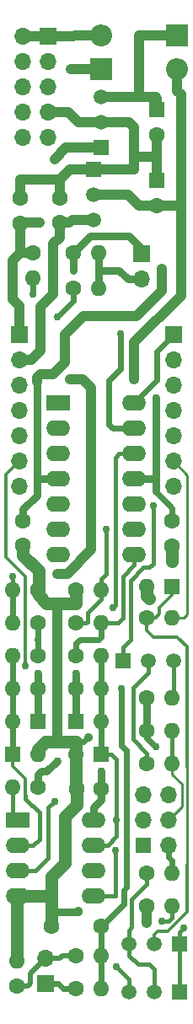
<source format=gbr>
G04 #@! TF.GenerationSoftware,KiCad,Pcbnew,(5.1.9-0-10_14)*
G04 #@! TF.CreationDate,2021-02-07T03:37:40-06:00*
G04 #@! TF.ProjectId,JNTUB_board2,4a4e5455-425f-4626-9f61-7264322e6b69,rev?*
G04 #@! TF.SameCoordinates,Original*
G04 #@! TF.FileFunction,Copper,L1,Top*
G04 #@! TF.FilePolarity,Positive*
%FSLAX46Y46*%
G04 Gerber Fmt 4.6, Leading zero omitted, Abs format (unit mm)*
G04 Created by KiCad (PCBNEW (5.1.9-0-10_14)) date 2021-02-07 03:37:40*
%MOMM*%
%LPD*%
G01*
G04 APERTURE LIST*
G04 #@! TA.AperFunction,ComponentPad*
%ADD10O,1.600000X1.600000*%
G04 #@! TD*
G04 #@! TA.AperFunction,ComponentPad*
%ADD11C,1.600000*%
G04 #@! TD*
G04 #@! TA.AperFunction,ComponentPad*
%ADD12R,1.600000X1.600000*%
G04 #@! TD*
G04 #@! TA.AperFunction,ComponentPad*
%ADD13O,1.700000X1.700000*%
G04 #@! TD*
G04 #@! TA.AperFunction,ComponentPad*
%ADD14R,1.700000X1.700000*%
G04 #@! TD*
G04 #@! TA.AperFunction,ComponentPad*
%ADD15C,1.520000*%
G04 #@! TD*
G04 #@! TA.AperFunction,ComponentPad*
%ADD16R,1.520000X1.520000*%
G04 #@! TD*
G04 #@! TA.AperFunction,ComponentPad*
%ADD17O,2.200000X2.200000*%
G04 #@! TD*
G04 #@! TA.AperFunction,ComponentPad*
%ADD18R,2.200000X2.200000*%
G04 #@! TD*
G04 #@! TA.AperFunction,ComponentPad*
%ADD19O,2.400000X1.600000*%
G04 #@! TD*
G04 #@! TA.AperFunction,ComponentPad*
%ADD20R,2.400000X1.600000*%
G04 #@! TD*
G04 #@! TA.AperFunction,ViaPad*
%ADD21C,0.762000*%
G04 #@! TD*
G04 #@! TA.AperFunction,ViaPad*
%ADD22C,0.914400*%
G04 #@! TD*
G04 #@! TA.AperFunction,ViaPad*
%ADD23C,1.016000*%
G04 #@! TD*
G04 #@! TA.AperFunction,Conductor*
%ADD24C,1.016000*%
G04 #@! TD*
G04 #@! TA.AperFunction,Conductor*
%ADD25C,0.762000*%
G04 #@! TD*
G04 #@! TA.AperFunction,Conductor*
%ADD26C,0.609600*%
G04 #@! TD*
G04 #@! TA.AperFunction,Conductor*
%ADD27C,1.270000*%
G04 #@! TD*
G04 #@! TA.AperFunction,Conductor*
%ADD28C,0.406400*%
G04 #@! TD*
G04 #@! TA.AperFunction,Conductor*
%ADD29C,0.304800*%
G04 #@! TD*
G04 #@! TA.AperFunction,Conductor*
%ADD30C,0.254000*%
G04 #@! TD*
G04 #@! TA.AperFunction,Conductor*
%ADD31C,0.508000*%
G04 #@! TD*
G04 APERTURE END LIST*
D10*
G04 #@! TO.P,R22,2*
G04 #@! TO.N,Net-(C12-Pad1)*
X206248000Y-152019000D03*
D11*
G04 #@! TO.P,R22,1*
G04 #@! TO.N,/MainBoard/MCU_PWM*
X203708000Y-152019000D03*
G04 #@! TD*
D10*
G04 #@! TO.P,R26,2*
G04 #@! TO.N,/MainBoard/MCU_RESET*
X197358000Y-135128000D03*
D11*
G04 #@! TO.P,R26,1*
G04 #@! TO.N,+5V*
X199898000Y-135128000D03*
G04 #@! TD*
D10*
G04 #@! TO.P,R24,2*
G04 #@! TO.N,Net-(JP1-Pad1)*
X199390000Y-83947000D03*
D11*
G04 #@! TO.P,R24,1*
G04 #@! TO.N,+5V*
X199390000Y-81407000D03*
G04 #@! TD*
D10*
G04 #@! TO.P,R2,2*
G04 #@! TO.N,/MainBoard/MCU_ADC1*
X206248000Y-125222000D03*
D11*
G04 #@! TO.P,R2,1*
G04 #@! TO.N,+5V*
X203708000Y-125222000D03*
G04 #@! TD*
D10*
G04 #@! TO.P,R4,2*
G04 #@! TO.N,/MainBoard/MCU_ADC1*
X206248000Y-121920000D03*
D11*
G04 #@! TO.P,R4,1*
G04 #@! TO.N,Net-(R4-Pad1)*
X203708000Y-121920000D03*
G04 #@! TD*
D10*
G04 #@! TO.P,R5,2*
G04 #@! TO.N,Net-(R5-Pad2)*
X206248000Y-115316000D03*
D11*
G04 #@! TO.P,R5,1*
G04 #@! TO.N,GNDREF*
X203708000Y-115316000D03*
G04 #@! TD*
D10*
G04 #@! TO.P,R6,2*
G04 #@! TO.N,Net-(R4-Pad1)*
X206248000Y-118618000D03*
D11*
G04 #@! TO.P,R6,1*
G04 #@! TO.N,Net-(R5-Pad2)*
X203708000Y-118618000D03*
G04 #@! TD*
D10*
G04 #@! TO.P,R8,2*
G04 #@! TO.N,/MainBoard/MCU_ADC3*
X197358000Y-125222000D03*
D11*
G04 #@! TO.P,R8,1*
G04 #@! TO.N,+5V*
X199898000Y-125222000D03*
G04 #@! TD*
D10*
G04 #@! TO.P,R10,2*
G04 #@! TO.N,/MainBoard/MCU_ADC3*
X197358000Y-121920000D03*
D11*
G04 #@! TO.P,R10,1*
G04 #@! TO.N,Net-(R10-Pad1)*
X199898000Y-121920000D03*
G04 #@! TD*
D10*
G04 #@! TO.P,R11,2*
G04 #@! TO.N,Net-(R11-Pad2)*
X197358000Y-115316000D03*
D11*
G04 #@! TO.P,R11,1*
G04 #@! TO.N,GNDREF*
X199898000Y-115316000D03*
G04 #@! TD*
D10*
G04 #@! TO.P,R12,2*
G04 #@! TO.N,Net-(R11-Pad2)*
X197358000Y-118618000D03*
D11*
G04 #@! TO.P,R12,1*
G04 #@! TO.N,Net-(R10-Pad1)*
X199898000Y-118618000D03*
G04 #@! TD*
D10*
G04 #@! TO.P,R13,2*
G04 #@! TO.N,+5V*
X213360000Y-143764000D03*
D11*
G04 #@! TO.P,R13,1*
G04 #@! TO.N,Net-(Q1-Pad3)*
X210820000Y-143764000D03*
G04 #@! TD*
D10*
G04 #@! TO.P,R14,2*
G04 #@! TO.N,/MainBoard/MCU_PB0*
X213360000Y-129413000D03*
D11*
G04 #@! TO.P,R14,1*
G04 #@! TO.N,+5V*
X210820000Y-129413000D03*
G04 #@! TD*
D10*
G04 #@! TO.P,R16,2*
G04 #@! TO.N,/MainBoard/CLK_TRG*
X213360000Y-118110000D03*
D11*
G04 #@! TO.P,R16,1*
G04 #@! TO.N,Net-(D5-Pad1)*
X210820000Y-118110000D03*
G04 #@! TD*
D10*
G04 #@! TO.P,R18,2*
G04 #@! TO.N,Net-(Q1-Pad1)*
X213360000Y-147066000D03*
D11*
G04 #@! TO.P,R18,1*
G04 #@! TO.N,GNDREF*
X210820000Y-147066000D03*
G04 #@! TD*
D10*
G04 #@! TO.P,R19,2*
G04 #@! TO.N,Net-(Q3-Pad3)*
X213360000Y-126111000D03*
D11*
G04 #@! TO.P,R19,1*
G04 #@! TO.N,+5V*
X210820000Y-126111000D03*
G04 #@! TD*
D10*
G04 #@! TO.P,R20,2*
G04 #@! TO.N,/MainBoard/MCU_PB0*
X213360000Y-132715000D03*
D11*
G04 #@! TO.P,R20,1*
G04 #@! TO.N,Net-(Q3-Pad2)*
X210820000Y-132715000D03*
G04 #@! TD*
G04 #@! TO.P,R23,1*
G04 #@! TO.N,/MainBoard/LED_POS*
X203454000Y-84963000D03*
D10*
G04 #@! TO.P,R23,2*
G04 #@! TO.N,/MainBoard/OUT*
X205994000Y-84963000D03*
G04 #@! TD*
G04 #@! TO.P,R25,2*
G04 #@! TO.N,/MainBoard/OUT*
X205994000Y-81407000D03*
D11*
G04 #@! TO.P,R25,1*
G04 #@! TO.N,Net-(JP1-Pad1)*
X203454000Y-81407000D03*
G04 #@! TD*
D10*
G04 #@! TO.P,R27,2*
G04 #@! TO.N,Net-(C12-Pad1)*
X206248000Y-155321000D03*
D11*
G04 #@! TO.P,R27,1*
G04 #@! TO.N,Net-(JP2-Pad1)*
X203708000Y-155321000D03*
G04 #@! TD*
G04 #@! TO.P,R28,1*
G04 #@! TO.N,/MainBoard/MCU_PWM*
X197739000Y-155067000D03*
D10*
G04 #@! TO.P,R28,2*
G04 #@! TO.N,GNDREF*
X197739000Y-152527000D03*
G04 #@! TD*
D12*
G04 #@! TO.P,D5,1*
G04 #@! TO.N,Net-(D5-Pad1)*
X213360000Y-114935000D03*
D10*
G04 #@! TO.P,D5,2*
G04 #@! TO.N,GNDREF*
X210820000Y-114935000D03*
G04 #@! TD*
D12*
G04 #@! TO.P,D4,1*
G04 #@! TO.N,/MainBoard/MCU_ADC3*
X197358000Y-131826000D03*
D10*
G04 #@! TO.P,D4,2*
G04 #@! TO.N,GNDREF*
X199898000Y-131826000D03*
G04 #@! TD*
D12*
G04 #@! TO.P,D2,1*
G04 #@! TO.N,/MainBoard/MCU_ADC1*
X206248000Y-131826000D03*
D10*
G04 #@! TO.P,D2,2*
G04 #@! TO.N,GNDREF*
X203708000Y-131826000D03*
G04 #@! TD*
D12*
G04 #@! TO.P,D1,1*
G04 #@! TO.N,+5V*
X203708000Y-128524000D03*
D10*
G04 #@! TO.P,D1,2*
G04 #@! TO.N,/MainBoard/MCU_ADC1*
X206248000Y-128524000D03*
G04 #@! TD*
D12*
G04 #@! TO.P,D3,1*
G04 #@! TO.N,+5V*
X199898000Y-128524000D03*
D10*
G04 #@! TO.P,D3,2*
G04 #@! TO.N,/MainBoard/MCU_ADC3*
X197358000Y-128524000D03*
G04 #@! TD*
D13*
G04 #@! TO.P,JP2,2*
G04 #@! TO.N,/MainBoard/MCU_PWM*
X200660000Y-152273000D03*
D14*
G04 #@! TO.P,JP2,1*
G04 #@! TO.N,Net-(JP2-Pad1)*
X200660000Y-154813000D03*
G04 #@! TD*
D13*
G04 #@! TO.P,J10,7*
G04 #@! TO.N,/MainBoard/P2_AVG*
X197993000Y-104902000D03*
G04 #@! TO.P,J10,6*
G04 #@! TO.N,/MainBoard/MCU_ADC2*
X197993000Y-102362000D03*
G04 #@! TO.P,J10,5*
G04 #@! TO.N,/MainBoard/LED_POS*
X197993000Y-99822000D03*
G04 #@! TO.P,J10,4*
G04 #@! TO.N,/MainBoard/LED_NEG*
X197993000Y-97282000D03*
G04 #@! TO.P,J10,3*
G04 #@! TO.N,Net-(J10-Pad3)*
X197993000Y-94742000D03*
G04 #@! TO.P,J10,2*
G04 #@! TO.N,-5V*
X197993000Y-92202000D03*
D14*
G04 #@! TO.P,J10,1*
G04 #@! TO.N,+5V*
X197993000Y-89662000D03*
G04 #@! TD*
G04 #@! TO.P,J11,1*
G04 #@! TO.N,/MainBoard/OUT*
X213487000Y-89662000D03*
D13*
G04 #@! TO.P,J11,2*
G04 #@! TO.N,GNDREF*
X213487000Y-92202000D03*
G04 #@! TO.P,J11,3*
X213487000Y-94742000D03*
G04 #@! TO.P,J11,4*
X213487000Y-97282000D03*
G04 #@! TO.P,J11,5*
G04 #@! TO.N,/MainBoard/CLK_LED*
X213487000Y-99822000D03*
G04 #@! TO.P,J11,6*
G04 #@! TO.N,/MainBoard/CLK_TRG*
X213487000Y-102362000D03*
G04 #@! TO.P,J11,7*
G04 #@! TO.N,/MainBoard/P1_AVG*
X213487000Y-104902000D03*
G04 #@! TD*
D12*
G04 #@! TO.P,J12,1*
G04 #@! TO.N,/MainBoard/MCU_PWM*
X210439000Y-140970000D03*
D13*
G04 #@! TO.P,J12,2*
G04 #@! TO.N,+5V*
X212979000Y-140970000D03*
G04 #@! TO.P,J12,3*
G04 #@! TO.N,/MainBoard/MCU_ADC1*
X210439000Y-138430000D03*
G04 #@! TO.P,J12,4*
G04 #@! TO.N,/MainBoard/MCU_PB0*
X212979000Y-138430000D03*
G04 #@! TO.P,J12,5*
G04 #@! TO.N,/MainBoard/MCU_RESET*
X210439000Y-135890000D03*
G04 #@! TO.P,J12,6*
G04 #@! TO.N,GNDREF*
X212979000Y-135890000D03*
G04 #@! TD*
D14*
G04 #@! TO.P,JP1,1*
G04 #@! TO.N,Net-(JP1-Pad1)*
X210312000Y-81534000D03*
D13*
G04 #@! TO.P,JP1,2*
G04 #@! TO.N,/MainBoard/OUT*
X210312000Y-84074000D03*
G04 #@! TD*
D11*
G04 #@! TO.P,C12,2*
G04 #@! TO.N,GNDREF*
X201248000Y-149098000D03*
G04 #@! TO.P,C12,1*
G04 #@! TO.N,Net-(C12-Pad1)*
X206248000Y-149098000D03*
G04 #@! TD*
D15*
G04 #@! TO.P,U3,2*
G04 #@! TO.N,GNDREF*
X206248000Y-68326000D03*
G04 #@! TO.P,U3,3*
G04 #@! TO.N,+12V*
X206248000Y-65786000D03*
D16*
G04 #@! TO.P,U3,1*
G04 #@! TO.N,+5V*
X206248000Y-70866000D03*
G04 #@! TD*
D15*
G04 #@! TO.P,U4,2*
G04 #@! TO.N,-12V*
X205486000Y-75565000D03*
G04 #@! TO.P,U4,3*
G04 #@! TO.N,-5V*
X205486000Y-78105000D03*
D16*
G04 #@! TO.P,U4,1*
G04 #@! TO.N,GNDREF*
X205486000Y-73025000D03*
G04 #@! TD*
D11*
G04 #@! TO.P,C4,2*
G04 #@! TO.N,GNDREF*
X198120000Y-75946000D03*
G04 #@! TO.P,C4,1*
G04 #@! TO.N,+5V*
X198120000Y-78446000D03*
G04 #@! TD*
G04 #@! TO.P,C10,2*
G04 #@! TO.N,GNDREF*
X203748000Y-135255000D03*
G04 #@! TO.P,C10,1*
G04 #@! TO.N,+5V*
X206248000Y-135255000D03*
G04 #@! TD*
G04 #@! TO.P,C9,2*
G04 #@! TO.N,-12V*
X213360000Y-108371000D03*
G04 #@! TO.P,C9,1*
G04 #@! TO.N,GNDREF*
X213360000Y-110871000D03*
G04 #@! TD*
G04 #@! TO.P,C8,2*
G04 #@! TO.N,GNDREF*
X198374000Y-110831000D03*
G04 #@! TO.P,C8,1*
G04 #@! TO.N,+12V*
X198374000Y-108331000D03*
G04 #@! TD*
G04 #@! TO.P,C6,2*
G04 #@! TO.N,-5V*
X202057000Y-78420600D03*
G04 #@! TO.P,C6,1*
G04 #@! TO.N,GNDREF*
X202057000Y-75920600D03*
G04 #@! TD*
D17*
G04 #@! TO.P,D11,2*
G04 #@! TO.N,-12V*
X213868000Y-62992000D03*
D18*
G04 #@! TO.P,D11,1*
G04 #@! TO.N,Net-(D11-Pad1)*
X206248000Y-62992000D03*
G04 #@! TD*
G04 #@! TO.P,D10,1*
G04 #@! TO.N,+12V*
X213868000Y-59563000D03*
D17*
G04 #@! TO.P,D10,2*
G04 #@! TO.N,Net-(D10-Pad2)*
X206248000Y-59563000D03*
G04 #@! TD*
D12*
G04 #@! TO.P,C2,1*
G04 #@! TO.N,GNDREF*
X211836000Y-74168000D03*
D11*
G04 #@! TO.P,C2,2*
G04 #@! TO.N,-12V*
X211836000Y-76668000D03*
G04 #@! TD*
D12*
G04 #@! TO.P,C1,1*
G04 #@! TO.N,+12V*
X211836000Y-67056000D03*
D11*
G04 #@! TO.P,C1,2*
G04 #@! TO.N,GNDREF*
X211836000Y-69556000D03*
G04 #@! TD*
D19*
G04 #@! TO.P,U2,14*
G04 #@! TO.N,/MainBoard/OUT*
X209550000Y-96520000D03*
G04 #@! TO.P,U2,7*
G04 #@! TO.N,Net-(R10-Pad1)*
X201930000Y-111760000D03*
G04 #@! TO.P,U2,13*
G04 #@! TO.N,Net-(JP1-Pad1)*
X209550000Y-99060000D03*
G04 #@! TO.P,U2,6*
G04 #@! TO.N,Net-(R11-Pad2)*
X201930000Y-109220000D03*
G04 #@! TO.P,U2,12*
G04 #@! TO.N,Net-(C12-Pad1)*
X209550000Y-101600000D03*
G04 #@! TO.P,U2,5*
G04 #@! TO.N,/MainBoard/P2_AVG*
X201930000Y-106680000D03*
G04 #@! TO.P,U2,11*
G04 #@! TO.N,-12V*
X209550000Y-104140000D03*
G04 #@! TO.P,U2,4*
G04 #@! TO.N,+12V*
X201930000Y-104140000D03*
G04 #@! TO.P,U2,10*
G04 #@! TO.N,/MainBoard/P1_AVG*
X209550000Y-106680000D03*
G04 #@! TO.P,U2,3*
G04 #@! TO.N,GNDREF*
X201930000Y-101600000D03*
G04 #@! TO.P,U2,9*
G04 #@! TO.N,Net-(R5-Pad2)*
X209550000Y-109220000D03*
G04 #@! TO.P,U2,2*
G04 #@! TO.N,/MainBoard/LED_POS*
X201930000Y-99060000D03*
G04 #@! TO.P,U2,8*
G04 #@! TO.N,Net-(R4-Pad1)*
X209550000Y-111760000D03*
D20*
G04 #@! TO.P,U2,1*
G04 #@! TO.N,/MainBoard/LED_NEG*
X201930000Y-96520000D03*
G04 #@! TD*
G04 #@! TO.P,U1,1*
G04 #@! TO.N,/MainBoard/MCU_RESET*
X197866000Y-138430000D03*
D19*
G04 #@! TO.P,U1,5*
G04 #@! TO.N,/MainBoard/MCU_PB0*
X205486000Y-146050000D03*
G04 #@! TO.P,U1,2*
G04 #@! TO.N,/MainBoard/MCU_ADC3*
X197866000Y-140970000D03*
G04 #@! TO.P,U1,6*
G04 #@! TO.N,/MainBoard/MCU_PWM*
X205486000Y-143510000D03*
G04 #@! TO.P,U1,3*
G04 #@! TO.N,/MainBoard/MCU_ADC2*
X197866000Y-143510000D03*
G04 #@! TO.P,U1,7*
G04 #@! TO.N,/MainBoard/MCU_ADC1*
X205486000Y-140970000D03*
G04 #@! TO.P,U1,4*
G04 #@! TO.N,GNDREF*
X197866000Y-146050000D03*
G04 #@! TO.P,U1,8*
G04 #@! TO.N,+5V*
X205486000Y-138430000D03*
G04 #@! TD*
D13*
G04 #@! TO.P,J9,10*
G04 #@! TO.N,Net-(D11-Pad1)*
X198374000Y-69850000D03*
G04 #@! TO.P,J9,9*
X200914000Y-69850000D03*
G04 #@! TO.P,J9,8*
G04 #@! TO.N,GNDREF*
X198374000Y-67310000D03*
G04 #@! TO.P,J9,7*
X200914000Y-67310000D03*
G04 #@! TO.P,J9,6*
X198374000Y-64770000D03*
G04 #@! TO.P,J9,5*
X200914000Y-64770000D03*
G04 #@! TO.P,J9,4*
X198374000Y-62230000D03*
G04 #@! TO.P,J9,3*
X200914000Y-62230000D03*
G04 #@! TO.P,J9,2*
G04 #@! TO.N,Net-(D10-Pad2)*
X198374000Y-59690000D03*
D14*
G04 #@! TO.P,J9,1*
X200914000Y-59690000D03*
G04 #@! TD*
D15*
G04 #@! TO.P,Q1,2*
G04 #@! TO.N,Net-(D5-Pad1)*
X211582000Y-150876000D03*
G04 #@! TO.P,Q1,3*
G04 #@! TO.N,Net-(Q1-Pad3)*
X209042000Y-150876000D03*
D16*
G04 #@! TO.P,Q1,1*
G04 #@! TO.N,Net-(Q1-Pad1)*
X214122000Y-150876000D03*
G04 #@! TD*
D15*
G04 #@! TO.P,Q2,2*
G04 #@! TO.N,Net-(Q1-Pad3)*
X211582000Y-155702000D03*
G04 #@! TO.P,Q2,3*
G04 #@! TO.N,/MainBoard/MCU_PB0*
X209042000Y-155702000D03*
D16*
G04 #@! TO.P,Q2,1*
G04 #@! TO.N,Net-(Q1-Pad1)*
X214122000Y-155702000D03*
G04 #@! TD*
D15*
G04 #@! TO.P,Q3,2*
G04 #@! TO.N,Net-(Q3-Pad2)*
X210947000Y-122453400D03*
G04 #@! TO.P,Q3,3*
G04 #@! TO.N,Net-(Q3-Pad3)*
X213487000Y-122453400D03*
D16*
G04 #@! TO.P,Q3,1*
G04 #@! TO.N,/MainBoard/CLK_LED*
X208407000Y-122453400D03*
G04 #@! TD*
D21*
G04 #@! TO.N,+12V*
X212344000Y-83058000D03*
X210058000Y-65786000D03*
D22*
G04 #@! TO.N,GNDREF*
X204978000Y-130167038D03*
D23*
X213360000Y-112395000D03*
D22*
X211074000Y-116141500D03*
X209550000Y-73025000D03*
X203708000Y-116649500D03*
X203962000Y-147574000D03*
X210820000Y-148717000D03*
D21*
G04 #@! TO.N,+5V*
X203073000Y-94107000D03*
X203708000Y-126873000D03*
X199898000Y-123698000D03*
X203708000Y-123698000D03*
X210820000Y-127762000D03*
X206248000Y-133502400D03*
X201803000Y-132461000D03*
X211709000Y-131064000D03*
X201549000Y-72009000D03*
X200025000Y-78422500D03*
X201803000Y-113665000D03*
G04 #@! TO.N,-12V*
X209550000Y-94107000D03*
X211709000Y-96012000D03*
G04 #@! TO.N,Net-(C12-Pad1)*
X208280000Y-125222000D03*
X207391000Y-117094000D03*
G04 #@! TO.N,/MainBoard/MCU_ADC2*
X201549000Y-136525000D03*
X198628000Y-122936000D03*
G04 #@! TO.N,/MainBoard/MCU_ADC1*
X207772000Y-138430000D03*
G04 #@! TO.N,Net-(JP1-Pad1)*
X208153000Y-89535000D03*
X199390000Y-85598000D03*
X203454000Y-83185000D03*
G04 #@! TO.N,Net-(Q1-Pad1)*
X212344000Y-148590000D03*
X214503600Y-149289100D03*
G04 #@! TO.N,/MainBoard/MCU_PB0*
X207645000Y-141478000D03*
X207772000Y-153162000D03*
G04 #@! TO.N,Net-(R10-Pad1)*
X199898000Y-120269000D03*
G04 #@! TO.N,Net-(D11-Pad1)*
X203200000Y-62992000D03*
G04 #@! TO.N,Net-(R5-Pad2)*
X206756000Y-109220000D03*
G04 #@! TO.N,Net-(R11-Pad2)*
X197358000Y-113919000D03*
G04 #@! TO.N,/MainBoard/LED_POS*
X201803000Y-87884000D03*
G04 #@! TO.N,/MainBoard/CLK_LED*
X211455000Y-106807000D03*
G04 #@! TD*
D24*
G04 #@! TO.N,+12V*
X213868000Y-59563000D02*
X213868000Y-59690000D01*
D25*
X201930000Y-104140000D02*
X199771000Y-104140000D01*
X199771000Y-104140000D02*
X199771000Y-102108000D01*
X199771000Y-102108000D02*
X199771000Y-94361000D01*
D24*
X199771000Y-93980000D02*
X199771000Y-94361000D01*
X200152000Y-93599000D02*
X199771000Y-93980000D01*
X201422000Y-93599000D02*
X200152000Y-93599000D01*
X202565000Y-92456000D02*
X201422000Y-93599000D01*
X202565000Y-89662000D02*
X202565000Y-92456000D01*
X204470000Y-87757000D02*
X202565000Y-89662000D01*
X212344000Y-85217000D02*
X209804000Y-87757000D01*
X209804000Y-87757000D02*
X204470000Y-87757000D01*
X210058000Y-59563000D02*
X210058000Y-65786000D01*
X212344000Y-83058000D02*
X212344000Y-85217000D01*
X213868000Y-59563000D02*
X210058000Y-59563000D01*
D25*
X199771000Y-104140000D02*
X199771000Y-105791000D01*
X198374000Y-107188000D02*
X198374000Y-108331000D01*
X199771000Y-105791000D02*
X198374000Y-107188000D01*
D24*
X211836000Y-65913000D02*
X211836000Y-67056000D01*
X206248000Y-65786000D02*
X210439000Y-65786000D01*
X210439000Y-65786000D02*
X211709000Y-65786000D01*
X211709000Y-65786000D02*
X211836000Y-65913000D01*
G04 #@! TO.N,GNDREF*
X211582000Y-69596000D02*
X211836000Y-69596000D01*
D26*
X204978000Y-130167038D02*
X204843920Y-130167038D01*
X204454958Y-130556000D02*
X203708000Y-130556000D01*
X204843920Y-130167038D02*
X204454958Y-130556000D01*
D24*
X206248000Y-68326000D02*
X203962000Y-68326000D01*
X203962000Y-68326000D02*
X202946000Y-67310000D01*
X202946000Y-67310000D02*
X200914000Y-67310000D01*
D27*
X210820000Y-114935000D02*
X210820000Y-115887500D01*
X210820000Y-115887500D02*
X211074000Y-116141500D01*
X213360000Y-110871000D02*
X213360000Y-112395000D01*
X199923410Y-131800590D02*
X199923410Y-131826000D01*
X199898000Y-131826000D02*
X199898000Y-131318000D01*
X200660000Y-130556000D02*
X201803000Y-130556000D01*
X199898000Y-131318000D02*
X200660000Y-130556000D01*
X201803000Y-130556000D02*
X202946000Y-130556000D01*
X198374000Y-110831000D02*
X198374000Y-111833014D01*
X199923410Y-113893590D02*
X199923410Y-115341410D01*
X199936209Y-113395223D02*
X199936209Y-113880791D01*
X198374000Y-111833014D02*
X199936209Y-113395223D01*
X199936209Y-113880791D02*
X199923410Y-113893590D01*
D24*
X211836000Y-71755000D02*
X211836000Y-74168000D01*
X211836000Y-69556000D02*
X211836000Y-71755000D01*
X198120000Y-75986000D02*
X198120000Y-74041000D01*
X198120000Y-74041000D02*
X202057000Y-74041000D01*
D27*
X203708000Y-131826000D02*
X203708000Y-130556000D01*
X203708000Y-130556000D02*
X202946000Y-130556000D01*
X203708000Y-131826000D02*
X203708000Y-135215000D01*
D24*
X202057000Y-74041000D02*
X203073000Y-73025000D01*
X203073000Y-73025000D02*
X205486000Y-73025000D01*
X202057000Y-74041000D02*
X202057000Y-75920600D01*
X211836000Y-71755000D02*
X209550000Y-71755000D01*
X209042000Y-68326000D02*
X209550000Y-68834000D01*
X206248000Y-68326000D02*
X209042000Y-68326000D01*
X209550000Y-68834000D02*
X209550000Y-71755000D01*
X205486000Y-73025000D02*
X209550000Y-73025000D01*
X209550000Y-71755000D02*
X209550000Y-73025000D01*
D27*
X203708000Y-116649500D02*
X201803000Y-116649500D01*
D24*
X201803000Y-116649500D02*
X201803000Y-130556000D01*
D27*
X203708000Y-116649500D02*
X203708000Y-115316000D01*
X201803000Y-116649500D02*
X200723500Y-116649500D01*
X199923410Y-115849410D02*
X199923410Y-115316000D01*
X200723500Y-116649500D02*
X199923410Y-115849410D01*
X202565000Y-142748000D02*
X201248000Y-144065000D01*
X203748000Y-136866000D02*
X202565000Y-138049000D01*
X202565000Y-138049000D02*
X202565000Y-142748000D01*
X203748000Y-135255000D02*
X203748000Y-136866000D01*
X201201000Y-146050000D02*
X201248000Y-146003000D01*
X197866000Y-146050000D02*
X201201000Y-146050000D01*
X201248000Y-144065000D02*
X201248000Y-146003000D01*
X197739000Y-146177000D02*
X197866000Y-146050000D01*
X197739000Y-152527000D02*
X197739000Y-146177000D01*
X201248000Y-146003000D02*
X201248000Y-147621000D01*
X201248000Y-147621000D02*
X201248000Y-149098000D01*
D25*
X201248000Y-147621000D02*
X203909169Y-147621000D01*
D27*
X203708000Y-135215000D02*
X203748000Y-135255000D01*
D24*
X210820000Y-147066000D02*
X210820000Y-148717000D01*
G04 #@! TO.N,+5V*
X198120000Y-89535000D02*
X197993000Y-89662000D01*
D25*
X203454000Y-125222000D02*
X203708000Y-125222000D01*
X199898000Y-125222000D02*
X199898000Y-128524000D01*
D26*
X212979000Y-140970000D02*
X212979000Y-142113000D01*
X212979000Y-142113000D02*
X213360000Y-142494000D01*
X213360000Y-142494000D02*
X213360000Y-143764000D01*
D25*
X203708000Y-126873000D02*
X203708000Y-128524000D01*
X203708000Y-125222000D02*
X203708000Y-126873000D01*
X206248000Y-136398000D02*
X205486000Y-137160000D01*
X206248000Y-135255000D02*
X206248000Y-136398000D01*
X205486000Y-137160000D02*
X205486000Y-138430000D01*
X199898000Y-135128000D02*
X199923401Y-135102599D01*
X199898000Y-133858000D02*
X199898000Y-135128000D01*
X200240999Y-133515001D02*
X199898000Y-133858000D01*
X199898000Y-125222000D02*
X199898000Y-123698000D01*
X203708000Y-125222000D02*
X203708000Y-123698000D01*
X210820000Y-127762000D02*
X210820000Y-129286000D01*
X210820000Y-126111000D02*
X210820000Y-127762000D01*
D24*
X197993000Y-86741000D02*
X197358000Y-86106000D01*
X197993000Y-89662000D02*
X197993000Y-86741000D01*
D25*
X206248000Y-133502400D02*
X206248000Y-135255000D01*
X200748999Y-133515001D02*
X201803000Y-132461000D01*
X200240999Y-133515001D02*
X200748999Y-133515001D01*
D26*
X210820000Y-130175000D02*
X211709000Y-131064000D01*
X210820000Y-129413000D02*
X210820000Y-130175000D01*
D24*
X200025000Y-78422500D02*
X198143500Y-78422500D01*
X198143500Y-78422500D02*
X198120000Y-78446000D01*
X201549000Y-72009000D02*
X202692000Y-70866000D01*
X202692000Y-70866000D02*
X206248000Y-70866000D01*
X204343000Y-94107000D02*
X203073000Y-94107000D01*
X205232000Y-94996000D02*
X204343000Y-94107000D01*
X205232000Y-111282541D02*
X205232000Y-94996000D01*
X202849541Y-113665000D02*
X205232000Y-111282541D01*
X201803000Y-113665000D02*
X202849541Y-113665000D01*
X198120000Y-78446000D02*
X198120000Y-81407000D01*
X198120000Y-81407000D02*
X199390000Y-81407000D01*
X197358000Y-82169000D02*
X198120000Y-81407000D01*
X197358000Y-86106000D02*
X197358000Y-82169000D01*
G04 #@! TO.N,-12V*
X213868000Y-65151000D02*
X213868000Y-62992000D01*
X214249000Y-76581000D02*
X214249000Y-65532000D01*
X214249000Y-65532000D02*
X213868000Y-65151000D01*
X209550000Y-90424000D02*
X214249000Y-85725000D01*
X209550000Y-94107000D02*
X209550000Y-90424000D01*
X214162000Y-76668000D02*
X214249000Y-76581000D01*
X211836000Y-76668000D02*
X214162000Y-76668000D01*
X214249000Y-85725000D02*
X214249000Y-76581000D01*
D25*
X211709000Y-96012000D02*
X211709000Y-104140000D01*
X209550000Y-104140000D02*
X211709000Y-104140000D01*
D26*
X213360000Y-107061000D02*
X211709000Y-105410000D01*
X213360000Y-108371000D02*
X213360000Y-107061000D01*
D25*
X211709000Y-104140000D02*
X211709000Y-105410000D01*
D24*
X208915000Y-75565000D02*
X210018000Y-76668000D01*
X210018000Y-76668000D02*
X211836000Y-76668000D01*
X205486000Y-75565000D02*
X208915000Y-75565000D01*
G04 #@! TO.N,-5V*
X202057000Y-78420600D02*
X203011400Y-78420600D01*
X203327000Y-78105000D02*
X205486000Y-78105000D01*
X203011400Y-78420600D02*
X203327000Y-78105000D01*
X201422000Y-85598000D02*
X200152000Y-86868000D01*
X199195081Y-92202000D02*
X197993000Y-92202000D01*
X202057000Y-79883000D02*
X201422000Y-80518000D01*
X200152000Y-86868000D02*
X200152000Y-91245081D01*
X201422000Y-80518000D02*
X201422000Y-85598000D01*
X200152000Y-91245081D02*
X199195081Y-92202000D01*
X202057000Y-78420600D02*
X202057000Y-79883000D01*
D28*
G04 #@! TO.N,Net-(C12-Pad1)*
X208026000Y-101600000D02*
X209550000Y-101600000D01*
X207645000Y-101981000D02*
X208026000Y-101600000D01*
X207645000Y-116840000D02*
X207645000Y-101981000D01*
X207391000Y-117094000D02*
X207645000Y-116840000D01*
D26*
X206248000Y-155321000D02*
X206248000Y-152019000D01*
X206248000Y-150495000D02*
X206248000Y-149098000D01*
X206248000Y-152019000D02*
X206248000Y-150495000D01*
X208280000Y-130937000D02*
X208280000Y-125222000D01*
X208495989Y-146850011D02*
X208495989Y-145453011D01*
X208495989Y-145453011D02*
X208762601Y-145186399D01*
X208762601Y-131419601D02*
X208280000Y-130937000D01*
X208762601Y-145186399D02*
X208762601Y-131419601D01*
X206248000Y-149098000D02*
X208495989Y-146850011D01*
D28*
G04 #@! TO.N,/MainBoard/MCU_ADC2*
X201549000Y-136525000D02*
X200914000Y-137160000D01*
X200914000Y-137160000D02*
X200914000Y-142240000D01*
X199644000Y-143510000D02*
X197866000Y-143510000D01*
X200914000Y-142240000D02*
X199644000Y-143510000D01*
D29*
X196685799Y-103669201D02*
X197993000Y-102362000D01*
X196685799Y-111976799D02*
X196685799Y-103669201D01*
X198628000Y-113919000D02*
X196685799Y-111976799D01*
X198628000Y-122936000D02*
X198628000Y-113919000D01*
D26*
G04 #@! TO.N,/MainBoard/MCU_ADC1*
X206248000Y-121920000D02*
X206248000Y-125222000D01*
X206248000Y-125222000D02*
X206248000Y-128524000D01*
X206248000Y-128524000D02*
X206248000Y-131826000D01*
D28*
X207772000Y-140048042D02*
X207772000Y-138430000D01*
X207772000Y-138430000D02*
X207772000Y-132334000D01*
X206883000Y-140970000D02*
X206883000Y-140937042D01*
X205486000Y-140970000D02*
X206883000Y-140970000D01*
X206883000Y-140937042D02*
X207772000Y-140048042D01*
X207264000Y-131826000D02*
X206248000Y-131826000D01*
X207772000Y-132334000D02*
X207264000Y-131826000D01*
D30*
G04 #@! TO.N,Net-(D5-Pad1)*
X214885190Y-133351190D02*
X214884000Y-142875000D01*
X214859790Y-133325790D02*
X214885190Y-133351190D01*
X214859790Y-133096000D02*
X214859790Y-133325790D01*
D29*
X211455000Y-120015000D02*
X210820000Y-119380000D01*
X213868000Y-120015000D02*
X211455000Y-120015000D01*
X210820000Y-119380000D02*
X210820000Y-118110000D01*
X214859790Y-121006790D02*
X213868000Y-120015000D01*
X214859790Y-133096000D02*
X214859790Y-121006790D01*
X210820000Y-118110000D02*
X211709000Y-118110000D01*
X211709000Y-118110000D02*
X212102799Y-117716201D01*
X213360000Y-115849598D02*
X213360000Y-114935000D01*
X212102799Y-117106799D02*
X213360000Y-115849598D01*
X212102799Y-117716201D02*
X212102799Y-117106799D01*
X211582000Y-149923500D02*
X211582000Y-150876000D01*
X211899500Y-149606000D02*
X211582000Y-149923500D01*
X212896960Y-149606000D02*
X211899500Y-149606000D01*
X214859790Y-147643170D02*
X212896960Y-149606000D01*
X214859790Y-142875000D02*
X214859790Y-147643170D01*
D25*
G04 #@! TO.N,Net-(JP1-Pad1)*
X209042000Y-79756000D02*
X210312000Y-81026000D01*
X205105000Y-79756000D02*
X209042000Y-79756000D01*
X203454000Y-81407000D02*
X205105000Y-79756000D01*
D26*
X208153000Y-89535000D02*
X208153000Y-93091000D01*
X208153000Y-93091000D02*
X207010000Y-94234000D01*
X207010000Y-94234000D02*
X207010000Y-98679000D01*
X207391000Y-99060000D02*
X209550000Y-99060000D01*
X207010000Y-98679000D02*
X207391000Y-99060000D01*
X199390000Y-85598000D02*
X199390000Y-83947000D01*
D25*
X203454000Y-81407000D02*
X203454000Y-83185000D01*
D28*
G04 #@! TO.N,Net-(Q1-Pad3)*
X209042000Y-152019000D02*
X209042000Y-150876000D01*
X211582000Y-153416000D02*
X211074000Y-152908000D01*
X209931000Y-152908000D02*
X209042000Y-152019000D01*
X211074000Y-152908000D02*
X209931000Y-152908000D01*
X211582000Y-155702000D02*
X211582000Y-153416000D01*
X210820000Y-144843500D02*
X210820000Y-143764000D01*
X209308799Y-146354701D02*
X210820000Y-144843500D01*
X209042000Y-149479000D02*
X209308799Y-149212201D01*
X209308799Y-149212201D02*
X209308799Y-146354701D01*
X209042000Y-150876000D02*
X209042000Y-149479000D01*
G04 #@! TO.N,Net-(Q1-Pad1)*
X214122000Y-150876000D02*
X214122000Y-155702000D01*
X212344000Y-148590000D02*
X212979000Y-148590000D01*
X213360000Y-148209000D02*
X213360000Y-147066000D01*
X212979000Y-148590000D02*
X213360000Y-148209000D01*
X214122000Y-149670700D02*
X214122000Y-150876000D01*
X214503600Y-149289100D02*
X214122000Y-149670700D01*
G04 #@! TO.N,/MainBoard/MCU_PB0*
X213360000Y-129413000D02*
X213360000Y-132715000D01*
X209042000Y-155702000D02*
X209042000Y-154432000D01*
X209042000Y-154432000D02*
X207773999Y-153163999D01*
D30*
X213360000Y-133858000D02*
X213360000Y-132715000D01*
X214325914Y-134823914D02*
X213360000Y-133858000D01*
X214325914Y-137083086D02*
X214325914Y-134823914D01*
X212979000Y-138430000D02*
X214325914Y-137083086D01*
D28*
X207645000Y-146050000D02*
X205486000Y-146050000D01*
X207645000Y-146050000D02*
X207645000Y-141478000D01*
X207773999Y-153163999D02*
X207772000Y-153162000D01*
G04 #@! TO.N,Net-(Q3-Pad2)*
X210947000Y-123571000D02*
X210947000Y-122453400D01*
X209410399Y-130289399D02*
X209410399Y-125107601D01*
X210820000Y-131699000D02*
X209410399Y-130289399D01*
X210820000Y-132715000D02*
X210820000Y-131699000D01*
X210947000Y-123571000D02*
X209410399Y-125107601D01*
G04 #@! TO.N,Net-(Q3-Pad3)*
X213487000Y-122428000D02*
X213487000Y-126111000D01*
G04 #@! TO.N,Net-(R4-Pad1)*
X207899000Y-118618000D02*
X206248000Y-118618000D01*
X208407000Y-113919000D02*
X208407000Y-118110000D01*
X209550000Y-112776000D02*
X208407000Y-113919000D01*
X208407000Y-118110000D02*
X207899000Y-118618000D01*
X209550000Y-111760000D02*
X209550000Y-112776000D01*
D26*
X206248000Y-118618000D02*
X206248000Y-120015000D01*
X204089000Y-120269000D02*
X203708000Y-120650000D01*
X203708000Y-120650000D02*
X203708000Y-121920000D01*
X205994000Y-120269000D02*
X204089000Y-120269000D01*
X206248000Y-120015000D02*
X205994000Y-120269000D01*
G04 #@! TO.N,Net-(R10-Pad1)*
X199898000Y-118618000D02*
X199898000Y-121920000D01*
D28*
G04 #@! TO.N,/MainBoard/MCU_PWM*
X205486000Y-143510000D02*
X206375000Y-143510000D01*
D31*
X202057000Y-152273000D02*
X202311000Y-152019000D01*
X202311000Y-152019000D02*
X203708000Y-152019000D01*
X200660000Y-152273000D02*
X202057000Y-152273000D01*
X200660000Y-152273000D02*
X199136000Y-153797000D01*
X199136000Y-153797000D02*
X199136000Y-154813000D01*
X198882000Y-155067000D02*
X197739000Y-155067000D01*
X199136000Y-154813000D02*
X198882000Y-155067000D01*
D24*
G04 #@! TO.N,Net-(D10-Pad2)*
X198374000Y-59690000D02*
X200914000Y-59690000D01*
X200914000Y-59690000D02*
X203454000Y-59690000D01*
X203581000Y-59563000D02*
X206248000Y-59563000D01*
X203454000Y-59690000D02*
X203581000Y-59563000D01*
G04 #@! TO.N,Net-(D11-Pad1)*
X203200000Y-62992000D02*
X206248000Y-62992000D01*
D26*
G04 #@! TO.N,/MainBoard/MCU_ADC3*
X197358000Y-122428000D02*
X197358000Y-125730000D01*
X197358000Y-125730000D02*
X197358000Y-129032000D01*
X197358000Y-129032000D02*
X197358000Y-132334000D01*
D29*
X197358000Y-132969000D02*
X197358000Y-131826000D01*
X198640799Y-134251799D02*
X197358000Y-132969000D01*
X198640799Y-135974796D02*
X198640799Y-134251799D01*
D28*
X200025000Y-140335000D02*
X200025000Y-137668000D01*
X198628000Y-136271000D02*
X198628000Y-135987595D01*
X200025000Y-137668000D02*
X198628000Y-136271000D01*
X199390000Y-140970000D02*
X200025000Y-140335000D01*
X198628000Y-135987595D02*
X198640799Y-135974796D01*
X197866000Y-140970000D02*
X199390000Y-140970000D01*
D26*
G04 #@! TO.N,/MainBoard/OUT*
X211824199Y-94245801D02*
X209550000Y-96520000D01*
X211824199Y-91324801D02*
X211824199Y-94245801D01*
X213487000Y-89662000D02*
X211824199Y-91324801D01*
D25*
X210312000Y-84074000D02*
X208915000Y-84074000D01*
X208915000Y-84074000D02*
X208026000Y-83185000D01*
X208026000Y-83185000D02*
X205994000Y-83185000D01*
X205994000Y-83185000D02*
X205994000Y-84963000D01*
X205994000Y-81407000D02*
X205994000Y-83185000D01*
D30*
G04 #@! TO.N,/MainBoard/CLK_TRG*
X214884000Y-117729000D02*
X214503000Y-118110000D01*
X214884000Y-103759000D02*
X214884000Y-117729000D01*
X214503000Y-118110000D02*
X213360000Y-118110000D01*
X213487000Y-102362000D02*
X214884000Y-103759000D01*
D26*
G04 #@! TO.N,Net-(JP2-Pad1)*
X200660000Y-154813000D02*
X201930000Y-154813000D01*
X202438000Y-155321000D02*
X203708000Y-155321000D01*
X201930000Y-154813000D02*
X202438000Y-155321000D01*
D28*
G04 #@! TO.N,Net-(R5-Pad2)*
X206248000Y-115316000D02*
X206248000Y-114173000D01*
X206756000Y-113665000D02*
X206756000Y-109220000D01*
X206248000Y-114173000D02*
X206756000Y-113665000D01*
X206248000Y-116205000D02*
X206248000Y-115316000D01*
X204851000Y-117602000D02*
X206248000Y-116205000D01*
X204851000Y-118491000D02*
X204851000Y-117602000D01*
X204724000Y-118618000D02*
X204851000Y-118491000D01*
X203708000Y-118618000D02*
X204724000Y-118618000D01*
D26*
G04 #@! TO.N,Net-(R11-Pad2)*
X197358000Y-115316000D02*
X197358000Y-118618000D01*
D28*
X197358000Y-113919000D02*
X197358000Y-115316000D01*
D29*
G04 #@! TO.N,/MainBoard/MCU_RESET*
X210947000Y-135890000D02*
X210947000Y-135636000D01*
D28*
X197358000Y-135128000D02*
X197358000Y-137922000D01*
X197358000Y-137922000D02*
X197866000Y-138430000D01*
D26*
G04 #@! TO.N,/MainBoard/LED_POS*
X203454000Y-86233000D02*
X203454000Y-84963000D01*
X201803000Y-87884000D02*
X203454000Y-86233000D01*
D28*
G04 #@! TO.N,/MainBoard/CLK_LED*
X208407000Y-121031000D02*
X208407000Y-122428000D01*
X209169000Y-120269000D02*
X208407000Y-121031000D01*
X209169000Y-114349422D02*
X209169000Y-120269000D01*
X210488422Y-113030000D02*
X209169000Y-114349422D01*
X211074000Y-113030000D02*
X210488422Y-113030000D01*
X211455000Y-112649000D02*
X211074000Y-113030000D01*
X211455000Y-106807000D02*
X211455000Y-112649000D01*
G04 #@! TD*
M02*

</source>
